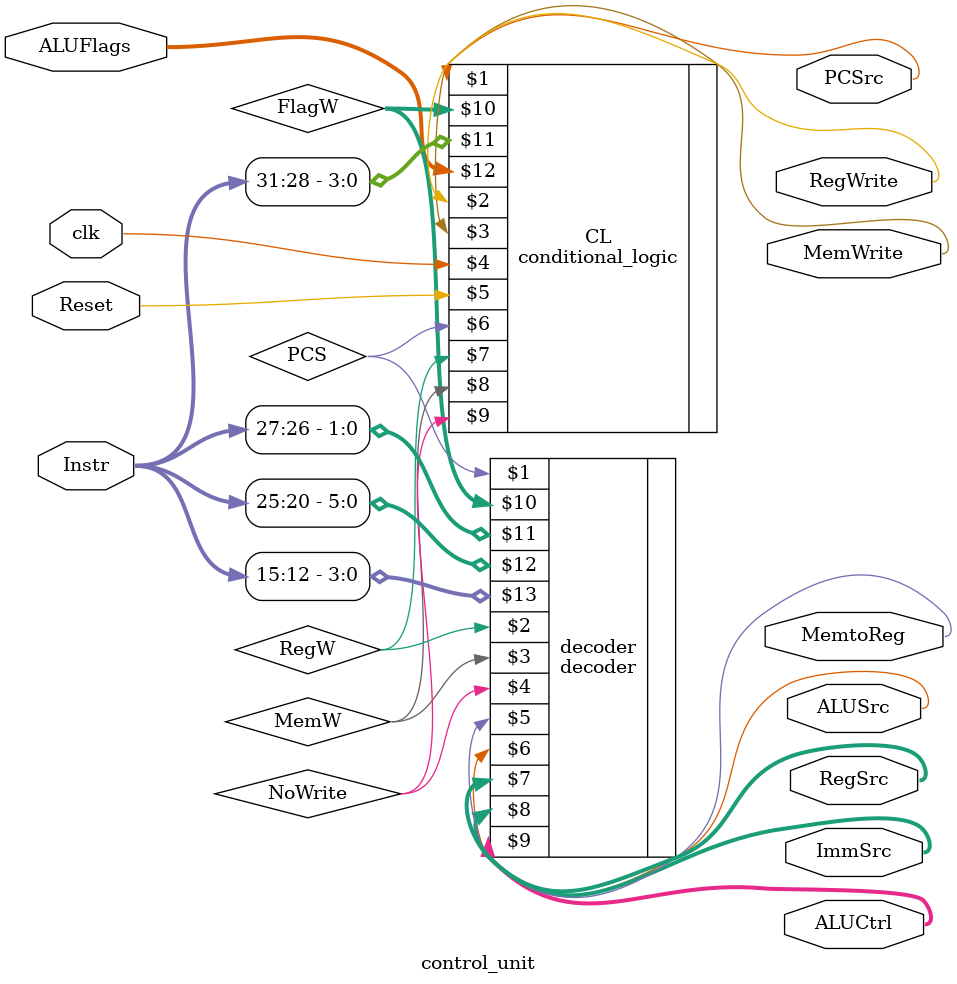
<source format=v>
`timescale 1ns/1ps

`include "decoder.v" 
`include "conditional_logic.v"

module control_unit(
        // Outputs from conditional logic
        output wire PCSrc, RegWrite, MemWrite,  // Should not be reg
        // Outputs from decoder
        output wire MemtoReg, ALUSrc, 
        output wire [1:0] RegSrc, ImmSrc, ALUCtrl,
        input wire clk, Reset, 
        input wire [31:12] Instr, 
        input wire [3:0] ALUFlags
    );

    wire [1:0] FlagW;
    wire PCS, RegW, MemW, NoWrite;

    decoder decoder(PCS, RegW, MemW, NoWrite, MemtoReg, ALUSrc, RegSrc, ImmSrc, ALUCtrl, FlagW, Instr[27:26], Instr[25:20], Instr[15:12]);
    // module decoder(
    //     output wire PCS, RegW, MemW, NoWrite,
    //     output wire MemtoReg, ALUSrc,
    //     output wire [1:0] RegSrc, ImmSrc, ALUCtrl, FlagW,
    //     input wire [1:0] Op,
    //     input wire [5:0] Funct,
    //     input wire [3:0] Rd);
    // endmodule

    conditional_logic CL(PCSrc, RegWrite, MemWrite, clk, Reset, PCS, RegW, MemW, NoWrite, FlagW, Instr[31:28], ALUFlags);
    // module conditional_logic(
    //     output reg PCSrc,
    //     output reg RegWrite,
    //     output reg MemWrite,
    //     input wire clk, Reset, 
    //     input wire PCS, RegW, MemW,
    //     input wire NoWrite,  // for CMP
    //     input wire [1:0] FlagW,
    //     input wire [3:0] Cond, ALUFlags);
    // endmodule

endmodule

</source>
